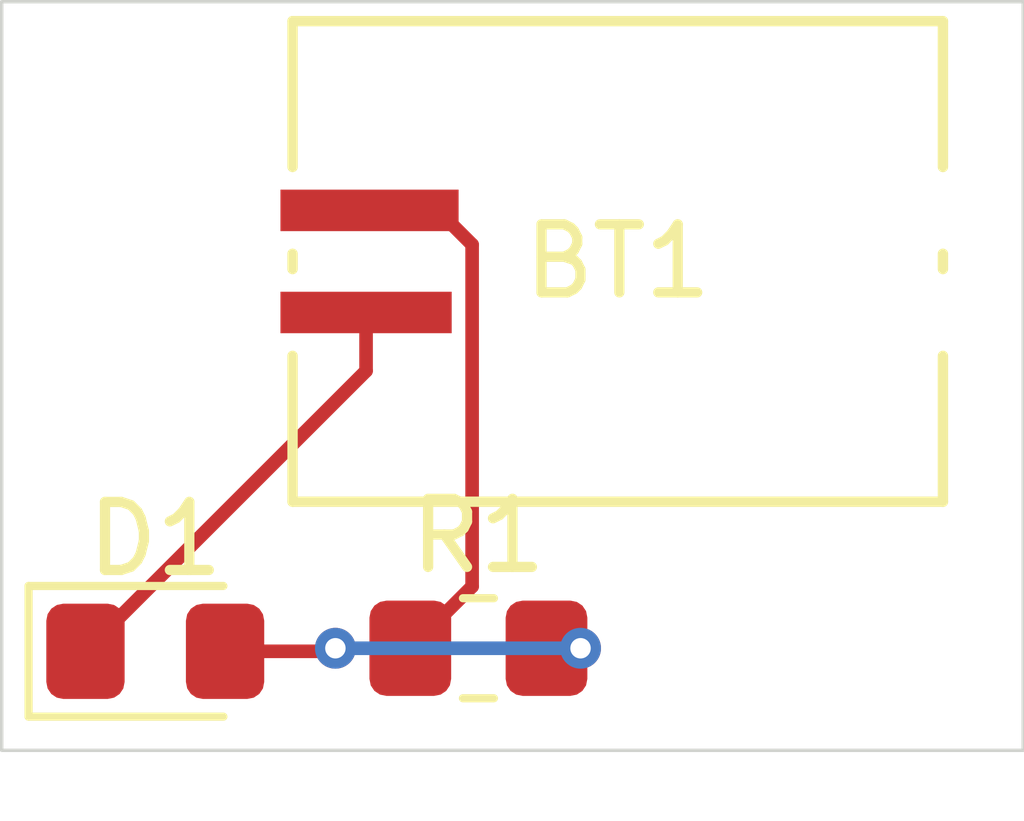
<source format=kicad_pcb>
(kicad_pcb (version 20240108) (generator "pcbnew") (generator_version "8.0")
  (title_block (title "LED circuit demo") (date "2024-10-08") (rev "1.0"))
  (layers (0 "F.Cu" signal) (31 "B.Cu" signal) (34 "B.Paste" user) (35 "F.Paste" user) (36 "B.SilkS" user "B.Silkscreen") (37 "F.SilkS" user "F.Silkscreen") (38 "B.Mask" user) (39 "F.Mask" user) (44 "Edge.Cuts" user))
  (net 0 "")
  (net 1 "Net-(BT1--)")
  (net 2 "Net-(BT1-+)")
  (net 3 "Net-(D1-A)")
  (footprint "Resistor_SMD:R_0805_2012Metric_Pad1.20x1.40mm_HandSolder" (layer "F.Cu") (at 127 84)
    (property "Reference" "R1" (at 0 -1.65 0) (layer "F.SilkS"))
    (property "Value" "R")
    (fp_line (start -0.227064 -0.735) (end 0.227064 -0.735) (stroke (width 0.12)) (layer "F.SilkS"))
    (fp_line (start -0.227064 0.735) (end 0.227064 0.735) (stroke (width 0.12)) (layer "F.SilkS"))
    (pad "1" smd roundrect (at -1 0) (size 1.2 1.4) (layers "F.Cu" "F.Paste" "F.Mask") (roundrect_rratio 0.208333) (net 2 "Net-(BT1-+)"))
    (pad "2" smd roundrect (at 1 0) (size 1.2 1.4) (layers "F.Cu" "F.Paste" "F.Mask") (roundrect_rratio 0.208333) (net 3 "Net-(D1-A)"))
  )
  (footprint "FS_3_Global_Footprint_Library:MS621FE-FL11E_SEC" (layer "F.Cu") (at 129.046204 78.316204)
    (property "Reference" "BT1" (at 0 0 0) (layer "F.SilkS"))
    (property "Value" "Battery_Cell")
    (fp_line (start -4.7752 -3.5306) (end -4.7752 -1.387541) (stroke (width 0.1524)) (layer "F.SilkS"))
    (fp_line (start -4.7752 -0.112461) (end -4.7752 0.112461) (stroke (width 0.1524)) (layer "F.SilkS"))
    (fp_line (start -4.7752 1.387541) (end -4.7752 3.5306) (stroke (width 0.1524)) (layer "F.SilkS"))
    (fp_line (start -4.7752 3.5306) (end 4.7752 3.5306) (stroke (width 0.1524)) (layer "F.SilkS"))
    (fp_line (start 4.7752 -3.5306) (end -4.7752 -3.5306) (stroke (width 0.1524)) (layer "F.SilkS"))
    (fp_line (start 4.7752 -1.387541) (end 4.7752 -3.5306) (stroke (width 0.1524)) (layer "F.SilkS"))
    (fp_line (start 4.7752 0.112461) (end 4.7752 -0.112461) (stroke (width 0.1524)) (layer "F.SilkS"))
    (fp_line (start 4.7752 3.5306) (end 4.7752 1.387541) (stroke (width 0.1524)) (layer "F.SilkS"))
    (pad "1" smd rect (at -3.6449 -0.750001) (size 2.6162 0.6096) (layers "F.Cu" "F.Paste" "F.Mask") (net 2 "Net-(BT1-+)"))
    (pad "2" smd rect (at -3.6957 0.750001) (size 2.5146 0.6096) (layers "F.Cu" "F.Paste" "F.Mask") (net 1 "Net-(BT1--)"))
  )
  (footprint "LED_SMD:LED_0805_2012Metric_Pad1.15x1.40mm_HandSolder" (layer "F.Cu") (at 122.255 84.045)
    (property "Reference" "D1" (at 0 -1.65 0) (layer "F.SilkS"))
    (property "Value" "LED")
    (fp_line (start -1.86 -0.96) (end -1.86 0.96) (stroke (width 0.12)) (layer "F.SilkS"))
    (fp_line (start -1.86 0.96) (end 1 0.96) (stroke (width 0.12)) (layer "F.SilkS"))
    (fp_line (start 1 -0.96) (end -1.86 -0.96) (stroke (width 0.12)) (layer "F.SilkS"))
    (pad "1" smd roundrect (at -1.025 0) (size 1.15 1.4) (layers "F.Cu" "F.Paste" "F.Mask") (roundrect_rratio 0.217391) (net 1 "Net-(BT1--)"))
    (pad "2" smd roundrect (at 1.025 0) (size 1.15 1.4) (layers "F.Cu" "F.Paste" "F.Mask") (roundrect_rratio 0.217391) (net 3 "Net-(D1-A)"))
  )
  (gr_rect (start 120 74.5) (end 135 85.5) (stroke (width 0.05)) (fill none) (layer "Edge.Cuts"))
  (segment (start 125.350504 79.066205) (end 125.350504 79.924496) (width 0.2) (layer "F.Cu") (net 1))
  (segment (start 125.350504 79.924496) (end 121.23 84.045) (width 0.2) (layer "F.Cu") (net 1))
  (segment (start 126.907804 78.069403) (end 126.907804 83.092196) (width 0.2) (layer "F.Cu") (net 2))
  (segment (start 126.404604 77.566203) (end 126.907804 78.069403) (width 0.2) (layer "F.Cu") (net 2))
  (segment (start 126.907804 83.092196) (end 126 84) (width 0.2) (layer "F.Cu") (net 2))
  (segment (start 125.401304 77.566203) (end 126.404604 77.566203) (width 0.2) (layer "F.Cu") (net 2))
  (segment (start 124.855 84.045) (end 124.9 84) (width 0.2) (layer "F.Cu") (net 3))
  (segment (start 123.28 84.045) (end 124.855 84.045) (width 0.2) (layer "F.Cu") (net 3))
  (via (at 128.5 84) (size 0.6) (drill 0.3) (layers "F.Cu" "B.Cu") (net 3))
  (via (at 124.9 84) (size 0.6) (drill 0.3) (layers "F.Cu" "B.Cu") (net 3))
  (segment (start 124.9 84) (end 128.5 84) (width 0.2) (layer "B.Cu") (net 3))
)
</source>
